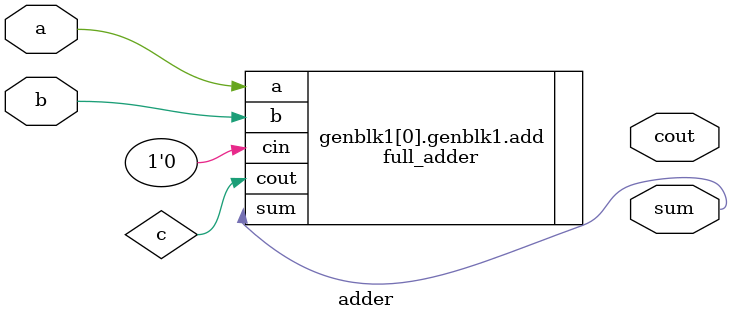
<source format=v>
module adder#(
    parameter WIDTH = 1
)(
    //input
    input wire [0:WIDTH-1]a,
    input wire [0:WIDTH-1]b,
    //output
    output wire cout,
    output wire [0:WIDTH-1] sum
);
wire [0:WIDTH-1]c;
genvar i; // general variable
generate
    for (i=0; i < WIDTH; i = i + 1) begin
        if(i==0)begin
            full_adder add(
                //input
                .a(a[0]),
                .b(b[0]),
                .cin(1'b0),
                //output
                .sum(sum[0]),
                .cout(c[0]) 
                );
        end
        else begin
            full_adder add(
                //input
                .a(a[i]),
                .b(b[i]),
                .cin(c[i-1]),
                //output
                .sum(sum[i]),
                .cout(c[i])
            );
        end
    end

endgenerate
endmodule


</source>
